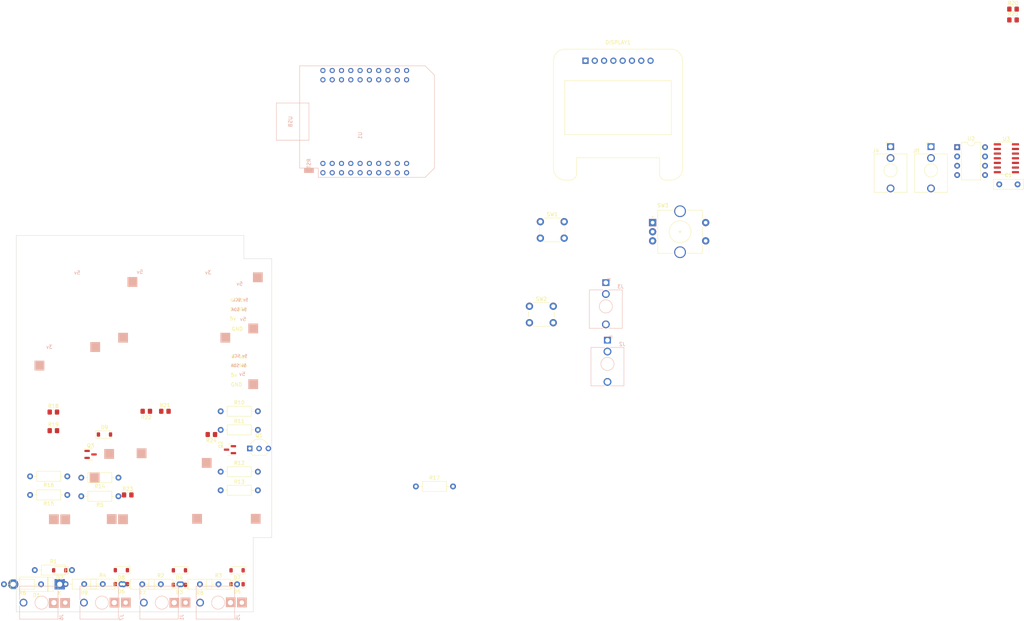
<source format=kicad_pcb>
(kicad_pcb (version 20221018) (generator pcbnew)
  (layers (0 "F.Cu" signal) (31 "B.Cu" signal) (34 "B.Paste" user) (35 "F.Paste" user) (36 "B.SilkS" user "B.Silkscreen") (37 "F.SilkS" user "F.Silkscreen") (38 "B.Mask" user) (39 "F.Mask" user) (44 "Edge.Cuts" user))
  (net 0 "")
  (net 22 "Net-(U3D-+)")
  (net 23 "Net-(D1-K)")
  (net 24 "GND")
  (net 25 "+5V")
  (net 26 "Net-(J2-PadT)")
  (net 27 "Net-(D1-A)")
  (net 28 "Net-(D2-K)")
  (net 29 "Net-(D4-K)")
  (net 31 "/SDA")
  (net 32 "/SCL")
  (net 33 "+3.3V")
  (net 34 "/CS")
  (net 35 "/MOSI")
  (net 36 "/A34")
  (net 37 "/MISO")
  (net 38 "/CLK")
  (net 39 "/A35")
  (net 40 "/RST")
  (net 41 "/midi_in")
  (net 43 "/DAC_B")
  (net 44 "Net-(D3-K)")
  (net 45 "Net-(D6-K)")
  (net 46 "Net-(J1-PadT)")
  (net 47 "Net-(J3-PadR)")
  (net 48 "/midi_out")
  (net 49 "/5v_SCL")
  (net 50 "/5v_SDA")
  (net 51 "Net-(J4-PadR)")
  (net 52 "/A32")
  (net 53 "/A33")
  (net 54 "Net-(J4-PadT)")
  (net 55 "Net-(Q1-C)")
  (net 56 "/GPIO27")
  (net 57 "Net-(Q1-B)")
  (net 58 "Net-(R1-Pad2)")
  (net 59 "Net-(R2-Pad2)")
  (net 60 "Net-(U2-VO1)")
  (net 61 "Net-(U3C--)")
  (net 62 "/V_REF")
  (net 63 "Net-(U3A--)")
  (net 64 "Net-(R20-Pad2)")
  (net 65 "Net-(R21-Pad2)")
  (net 67 "Net-(U3B--)")
  (net 75 "/DAC1")
  (net 76 "/DAC0")
  (footprint "Resistor_THT:R_Axial_DIN0207_L6.3mm_D2.5mm_P10.16mm_Horizontal" (layer "F.Cu") (at 127 134.403)
    (fp_text reference "R11" (at 5.08 -2.37) (layer "F.SilkS"))
    (fp_text value "10k")
    (pad "1" thru_hole circle (at 0 0) (size 1.6 1.6) (drill 0.8) (layers "*.Cu" "*.Mask") (net 50 "/5v_SDA"))
    (pad "2" thru_hole oval (at 10.16 0) (size 1.6 1.6) (drill 0.8) (layers "*.Cu" "*.Mask") (net 25 "+5V"))
  )
  (footprint "Resistor_THT:R_Axial_DIN0207_L6.3mm_D2.5mm_P10.16mm_Horizontal" (layer "F.Cu") (at 110.64705 176.595 180)
    (fp_text reference "R7" (at 5.08 -2.37 180) (layer "F.SilkS"))
    (fp_text value "10k")
    (pad "1" thru_hole circle (at 0 0 180) (size 1.6 1.6) (drill 0.8) (layers "*.Cu" "*.Mask") (net 31 "/SDA"))
    (pad "2" thru_hole oval (at 10.16 0 180) (size 1.6 1.6) (drill 0.8) (layers "*.Cu" "*.Mask") (net 33 "+3.3V"))
  )
  (footprint "Resistor_SMD:R_0805_2012Metric_Pad1.20x1.40mm_HandSolder" (layer "F.Cu") (at 101.6 152.183)
    (fp_text reference "R23" (at 0 -1.65) (layer "F.SilkS"))
    (fp_text value "100R")
    (pad "1" smd roundrect (at -1 0) (size 1.2 1.4) (layers "F.Cu" "F.Paste" "F.Mask") (roundrect_rratio 0.208333) (net 65 "Net-(R21-Pad2)"))
    (pad "2" smd roundrect (at 1 0) (size 1.2 1.4) (layers "F.Cu" "F.Paste" "F.Mask") (roundrect_rratio 0.208333) (net 44 "Net-(D3-K)"))
  )
  (footprint "Resistor_THT:R_Axial_DIN0207_L6.3mm_D2.5mm_P10.16mm_Horizontal" (layer "F.Cu") (at 126.40705 176.595 180)
    (fp_text reference "R8" (at 5.08 -2.37 180) (layer "F.SilkS"))
    (fp_text value "10k")
    (pad "1" thru_hole circle (at 0 0 180) (size 1.6 1.6) (drill 0.8) (layers "*.Cu" "*.Mask") (net 32 "/SCL"))
    (pad "2" thru_hole oval (at 10.16 0 180) (size 1.6 1.6) (drill 0.8) (layers "*.Cu" "*.Mask") (net 33 "+3.3V"))
  )
  (footprint "Resistor_SMD:R_0805_2012Metric_Pad1.20x1.40mm_HandSolder" (layer "F.Cu") (at 106.68 129.323 180)
    (fp_text reference "R22" (at 0 -1.65 180) (layer "F.SilkS"))
    (fp_text value "100R")
    (pad "1" smd roundrect (at -1 0 180) (size 1.2 1.4) (layers "F.Cu" "F.Paste" "F.Mask") (roundrect_rratio 0.208333) (net 64 "Net-(R20-Pad2)"))
    (pad "2" smd roundrect (at 1 0 180) (size 1.2 1.4) (layers "F.Cu" "F.Paste" "F.Mask") (roundrect_rratio 0.208333) (net 28 "Net-(D2-K)"))
  )
  (footprint "Resistor_THT:R_Axial_DIN0207_L6.3mm_D2.5mm_P10.16mm_Horizontal" (layer "F.Cu") (at 76.2 172.72)
    (fp_text reference "R1" (at 5.08 -2.37) (layer "F.SilkS"))
    (fp_text value "100k")
    (pad "1" thru_hole circle (at 0 0) (size 1.6 1.6) (drill 0.8) (layers "*.Cu" "*.Mask") (net 46 "Net-(J1-PadT)"))
    (pad "2" thru_hole oval (at 10.16 0) (size 1.6 1.6) (drill 0.8) (layers "*.Cu" "*.Mask") (net 58 "Net-(R1-Pad2)"))
  )
  (footprint "Diode_THT:D_5W_P12.70mm_Horizontal" (layer "F.Cu") (at 83.01 176.595 180)
    (fp_text reference "D1" (at 6.35 -2.97 180) (layer "F.SilkS"))
    (fp_text value "1n914")
    (fp_text user "K" (at 0 -2.4 180) (layer "F.SilkS"))
    (pad "1" thru_hole rect (at 0 0 180) (size 2.8 2.8) (drill 1.4) (layers "*.Cu" "*.Mask") (net 23 "Net-(D1-K)"))
    (pad "2" thru_hole oval (at 12.7 0 180) (size 2.8 2.8) (drill 1.4) (layers "*.Cu" "*.Mask") (net 27 "Net-(D1-A)"))
  )
  (footprint "Resistor_SMD:R_0805_2012Metric_Pad1.20x1.40mm_HandSolder" (layer "F.Cu") (at 343.525 19.43)
    (fp_text reference "R20" (at 0 -1.65) (layer "F.SilkS"))
    (fp_text value "100R")
    (pad "1" smd roundrect (at -1 0) (size 1.2 1.4) (layers "F.Cu" "F.Paste" "F.Mask") (roundrect_rratio 0.208333) (net 61 "Net-(U3C--)"))
    (pad "2" smd roundrect (at 1 0) (size 1.2 1.4) (layers "F.Cu" "F.Paste" "F.Mask") (roundrect_rratio 0.208333) (net 64 "Net-(R20-Pad2)"))
  )
  (footprint "Resistor_THT:R_Axial_DIN0207_L6.3mm_D2.5mm_P10.16mm_Horizontal" (layer "F.Cu") (at 180.34 149.86)
    (fp_text reference "R17" (at 5.08 -2.37) (layer "F.SilkS"))
    (fp_text value "10k")
    (pad "1" thru_hole circle (at 0 0) (size 1.6 1.6) (drill 0.8) (layers "*.Cu" "*.Mask") (net 22 "Net-(U3D-+)"))
    (pad "2" thru_hole oval (at 10.16 0) (size 1.6 1.6) (drill 0.8) (layers "*.Cu" "*.Mask") (net 24 "GND"))
  )
  (footprint "Diode_SMD:D_SOD-123" (layer "F.Cu") (at 115.72705 176.765 180)
    (fp_text reference "D3" (at 0 -2) (layer "F.SilkS"))
    (fp_text value "D_Schottky" hide)
    (pad "1" smd roundrect (at -1.65 0 180) (size 0.9 1.2) (layers "F.Cu" "F.Paste" "F.Mask") (net 44 "Net-(D3-K)"))
    (pad "2" smd roundrect (at 1.65 0 180) (size 0.9 1.2) (layers "F.Cu" "F.Paste" "F.Mask") (net 24 "GND"))
  )
  (footprint "Resistor_SMD:R_0805_2012Metric_Pad1.20x1.40mm_HandSolder" (layer "F.Cu") (at 111.76 129.323)
    (fp_text reference "R21" (at 0 -1.65) (layer "F.SilkS"))
    (fp_text value "100R")
    (pad "1" smd roundrect (at -1 0) (size 1.2 1.4) (layers "F.Cu" "F.Paste" "F.Mask") (roundrect_rratio 0.208333) (net 63 "Net-(U3A--)"))
    (pad "2" smd roundrect (at 1 0) (size 1.2 1.4) (layers "F.Cu" "F.Paste" "F.Mask") (roundrect_rratio 0.208333) (net 65 "Net-(R21-Pad2)"))
  )
  (footprint "Rotary_Encoder:RotaryEncoder_Alps_EC11E-Switch_Vertical_H20mm_CircularMountingHoles" (layer "F.Cu") (at 245.035 77.76)
    (fp_text reference "SW3" (at 2.8 -4.7) (layer "F.SilkS"))
    (fp_text value "RotaryEncoder_Switch")
    (pad "A" thru_hole rect (at 0 0) (size 2 2) (drill 1) (layers "*.Cu" "*.Mask"))
    (pad "B" thru_hole circle (at 0 5) (size 2 2) (drill 1) (layers "*.Cu" "*.Mask"))
    (pad "C" thru_hole circle (at 0 2.5) (size 2 2) (drill 1) (layers "*.Cu" "*.Mask"))
    (pad "MP" thru_hole circle (at 7.5 -3.1) (size 3.2 3.2) (drill 2.6) (layers "*.Cu" "*.Mask"))
    (pad "MP" thru_hole circle (at 7.5 8.1) (size 3.2 3.2) (drill 2.6) (layers "*.Cu" "*.Mask"))
    (pad "S1" thru_hole circle (at 14.5 5) (size 2 2) (drill 1) (layers "*.Cu" "*.Mask"))
    (pad "S2" thru_hole circle (at 14.5 0) (size 2 2) (drill 1) (layers "*.Cu" "*.Mask"))
  )
  (footprint "Resistor_SMD:R_0805_2012Metric_Pad1.20x1.40mm_HandSolder" (layer "F.Cu") (at 343.525 22.38)
    (fp_text reference "R25" (at 0 -1.65) (layer "F.SilkS"))
    (fp_text value "100R")
    (pad "1" smd roundrect (at -1 0) (size 1.2 1.4) (layers "F.Cu" "F.Paste" "F.Mask") (roundrect_rratio 0.208333) (net 67 "Net-(U3B--)"))
    (pad "2" smd roundrect (at 1 0) (size 1.2 1.4) (layers "F.Cu" "F.Paste" "F.Mask") (roundrect_rratio 0.208333) (net 45 "Net-(D6-K)"))
  )
  (footprint "Diode_SMD:D_SOD-123" (layer "F.Cu") (at 131.48705 176.595 180)
    (fp_text reference "D5" (at 0 -2) (layer "F.SilkS"))
    (fp_text value "D_Schottky" hide)
    (pad "1" smd roundrect (at -1.65 0 180) (size 0.9 1.2) (layers "F.Cu" "F.Paste" "F.Mask") (net 25 "+5V"))
    (pad "2" smd roundrect (at 1.65 0 180) (size 0.9 1.2) (layers "F.Cu" "F.Paste" "F.Mask") (net 28 "Net-(D2-K)"))
  )
  (footprint "Button_Switch_THT:SW_PUSH_6mm_H4.3mm" (layer "F.Cu") (at 211.38 100.62)
    (fp_text reference "SW2" (at 3.25 -2) (layer "F.SilkS"))
    (fp_text value "SW_Push")
    (pad "1" thru_hole circle (at 0 0 90) (size 2 2) (drill 1.1) (layers "*.Cu" "*.Mask"))
    (pad "1" thru_hole circle (at 6.5 0 90) (size 2 2) (drill 1.1) (layers "*.Cu" "*.Mask"))
    (pad "2" thru_hole circle (at 0 4.5 90) (size 2 2) (drill 1.1) (layers "*.Cu" "*.Mask"))
    (pad "2" thru_hole circle (at 6.5 4.5 90) (size 2 2) (drill 1.1) (layers "*.Cu" "*.Mask"))
  )
  (footprint "Diode_SMD:D_SOD-123" (layer "F.Cu") (at 131.48705 172.785 180)
    (fp_text reference "D7" (at 0 -2) (layer "F.SilkS"))
    (fp_text value "D_Schottky" hide)
    (pad "1" smd roundrect (at -1.65 0 180) (size 0.9 1.2) (layers "F.Cu" "F.Paste" "F.Mask") (net 25 "+5V"))
    (pad "2" smd roundrect (at 1.65 0 180) (size 0.9 1.2) (layers "F.Cu" "F.Paste" "F.Mask") (net 44 "Net-(D3-K)"))
  )
  (footprint "Resistor_THT:R_Axial_DIN0207_L6.3mm_D2.5mm_P10.16mm_Horizontal" (layer "F.Cu") (at 77.93 176.595 180)
    (fp_text reference "R6" (at 5.08 -2.37 180) (layer "F.SilkS"))
    (fp_text value "100k")
    (pad "1" thru_hole circle (at 0 0 180) (size 1.6 1.6) (drill 0.8) (layers "*.Cu" "*.Mask") (net 48 "/midi_out"))
    (pad "2" thru_hole oval (at 10.16 0 180) (size 1.6 1.6) (drill 0.8) (layers "*.Cu" "*.Mask") (net 57 "Net-(Q1-B)"))
  )
  (footprint "Resistor_SMD:R_0805_2012Metric_Pad1.20x1.40mm_HandSolder" (layer "F.Cu") (at 81.28 129.54)
    (fp_text reference "R18" (at 0 -1.65) (layer "F.SilkS"))
    (fp_text value "100R")
    (pad "1" smd roundrect (at -1 0) (size 1.2 1.4) (layers "F.Cu" "F.Paste" "F.Mask") (roundrect_rratio 0.208333) (net 61 "Net-(U3C--)"))
    (pad "2" smd roundrect (at 1 0) (size 1.2 1.4) (layers "F.Cu" "F.Paste" "F.Mask") (roundrect_rratio 0.208333) (net 62 "/V_REF"))
  )
  (footprint "Connector_Audio:Jack_3.5mm_QingPu_WQP-PJ398SM_Vertical_CircularHoles" (layer "F.Cu") (at 321.115 57.02)
    (fp_text reference "J8" (at -4.03 1.08 180) (layer "F.SilkS"))
    (fp_text value "AudioJack2_SwitchT")
    (pad "S" thru_hole rect (at 0 0 180) (size 1.93 1.83) (drill 1.22) (layers "*.Cu" "*.Mask") (net 24 "GND"))
    (pad "T" thru_hole circle (at 0 11.4 180) (size 2.13 2.13) (drill 1.43) (layers "*.Cu" "*.Mask") (net 45 "Net-(D6-K)"))
    (pad "TN" thru_hole circle (at 0 3.1 180) (size 2.13 2.13) (drill 1.42) (layers "*.Cu" "*.Mask") (net 24 "GND"))
  )
  (footprint "Resistor_THT:R_Axial_DIN0207_L6.3mm_D2.5mm_P10.16mm_Horizontal" (layer "F.Cu") (at 127 150.913)
    (fp_text reference "R13" (at 5.08 -2.323) (layer "F.SilkS"))
    (fp_text value "220R")
    (pad "1" thru_hole circle (at 0 0) (size 1.6 1.6) (drill 0.8) (layers "*.Cu" "*.Mask") (net 25 "+5V"))
    (pad "2" thru_hole oval (at 10.16 0) (size 1.6 1.6) (drill 0.8) (layers "*.Cu" "*.Mask") (net 51 "Net-(J4-PadR)"))
  )
  (footprint "Resistor_THT:R_Axial_DIN0207_L6.3mm_D2.5mm_P10.16mm_Horizontal" (layer "F.Cu") (at 99.06 147.463 180)
    (fp_text reference "R14" (at 5.08 -2.37) (layer "F.SilkS"))
    (fp_text value "4.7k")
    (pad "1" thru_hole circle (at 0 0 180) (size 1.6 1.6) (drill 0.8) (layers "*.Cu" "*.Mask") (net 24 "GND"))
    (pad "2" thru_hole oval (at 10.16 0 180) (size 1.6 1.6) (drill 0.8) (layers "*.Cu" "*.Mask") (net 60 "Net-(U2-VO1)"))
  )
  (footprint "Package_TO_SOT_SMD:SOT-23" (layer "F.Cu") (at 91.44 141.113)
    (fp_text reference "Q3" (at 0 -2.4) (layer "F.SilkS"))
    (fp_text value "BSS138")
    (pad "1" smd roundrect (at -0.9375 -0.95) (size 1.475 0.6) (layers "F.Cu" "F.Paste" "F.Mask") (net 33 "+3.3V"))
    (pad "2" smd roundrect (at -0.9375 0.95) (size 1.475 0.6) (layers "F.Cu" "F.Paste" "F.Mask") (net 32 "/SCL"))
    (pad "3" smd roundrect (at 0.9375 0) (size 1.475 0.6) (layers "F.Cu" "F.Paste" "F.Mask") (net 49 "/5v_SCL"))
  )
  (footprint "Capacitor_THT:C_Disc_D8.0mm_W2.5mm_P5.00mm" (layer "F.Cu") (at 339.765 67.31)
    (fp_text reference "C1" (at 2.5 -2.5) (layer "F.SilkS"))
    (fp_text value "C_Small")
    (pad "1" thru_hole circle (at 0 0) (size 1.6 1.6) (drill 0.8) (layers "*.Cu" "*.Mask") (net 22 "Net-(U3D-+)"))
    (pad "2" thru_hole circle (at 5 0) (size 1.6 1.6) (drill 0.8) (layers "*.Cu" "*.Mask") (net 24 "GND"))
  )
  (footprint "Resistor_THT:R_Axial_DIN0207_L6.3mm_D2.5mm_P10.16mm_Horizontal" (layer "F.Cu") (at 105.56705 176.595)
    (fp_text reference "R2" (at 5.08 -2.37) (layer "F.SilkS"))
    (fp_text value "100k")
    (pad "1" thru_hole circle (at 0 0) (size 1.6 1.6) (drill 0.8) (layers "*.Cu" "*.Mask") (net 26 "Net-(J2-PadT)"))
    (pad "2" thru_hole oval (at 10.16 0) (size 1.6 1.6) (drill 0.8) (layers "*.Cu" "*.Mask") (net 59 "Net-(R2-Pad2)"))
  )
  (footprint "Diode_SMD:D_SOD-123" (layer "F.Cu") (at 95.25 135.673)
    (fp_text reference "D9" (at 0 -2) (layer "F.SilkS"))
    (fp_text value "D_Schottky")
    (pad "1" smd roundrect (at -1.65 0) (size 0.9 1.2) (layers "F.Cu" "F.Paste" "F.Mask") (net 25 "+5V"))
    (pad "2" smd roundrect (at 1.65 0) (size 0.9 1.2) (layers "F.Cu" "F.Paste" "F.Mask") (net 45 "Net-(D6-K)"))
  )
  (footprint "Package_TO_SOT_THT:TO-92_Inline_Wide" (layer "F.Cu") (at 134.9525 139.483)
    (fp_text reference "Q1" (at 2.54 -3.56) (layer "F.SilkS"))
    (fp_text value "2n2222")
    (pad "1" thru_hole rect (at 0 0) (size 1.5 1.5) (drill 0.8) (layers "*.Cu" "*.Mask") (net 55 "Net-(Q1-C)"))
    (pad "2" thru_hole circle (at 2.54 0) (size 1.5 1.5) (drill 0.8) (layers "*.Cu" "*.Mask") (net 57 "Net-(Q1-B)"))
    (pad "3" thru_hole circle (at 5.08 0) (size 1.5 1.5) (drill 0.8) (layers "*.Cu" "*.Mask") (net 24 "GND"))
  )
  (footprint "Resistor_SMD:R_0805_2012Metric_Pad1.20x1.40mm_HandSolder" (layer "F.Cu") (at 124.46 135.673 180)
    (fp_text reference "R24" (at 0 -1.65 180) (layer "F.SilkS"))
    (fp_text value "100R")
    (pad "1" smd roundrect (at -1 0 180) (size 1.2 1.4) (layers "F.Cu" "F.Paste" "F.Mask") (roundrect_rratio 0.208333))
    (pad "2" smd roundrect (at 1 0 180) (size 1.2 1.4) (layers "F.Cu" "F.Paste" "F.Mask") (roundrect_rratio 0.208333) (net 29 "Net-(D4-K)"))
  )
  (footprint "Diode_SMD:D_SOD-123" (layer "F.Cu") (at 83.01 172.785 180)
    (fp_text reference "D2" (at 0 -2 180) (layer "F.SilkS"))
    (fp_text value "D_Schottky" hide)
    (pad "1" smd roundrect (at -1.65 0 180) (size 0.9 1.2) (layers "F.Cu" "F.Paste" "F.Mask") (net 28 "Net-(D2-K)"))
    (pad "2" smd roundrect (at 1.65 0 180) (size 0.9 1.2) (layers "F.Cu" "F.Paste" "F.Mask") (net 24 "GND"))
  )
  (footprint "Resistor_THT:R_Axial_DIN0207_L6.3mm_D2.5mm_P10.16mm_Horizontal" (layer "F.Cu") (at 89.701747 176.556343)
    (fp_text reference "R4" (at 5.08 -2.37) (layer "F.SilkS"))
    (fp_text value "1M")
    (pad "1" thru_hole circle (at 0 0) (size 1.6 1.6) (drill 0.8) (layers "*.Cu" "*.Mask") (net 24 "GND"))
    (pad "2" thru_hole oval (at 10.16 0) (size 1.6 1.6) (drill 0.8) (layers "*.Cu" "*.Mask") (net 59 "Net-(R2-Pad2)"))
  )
  (footprint "Resistor_THT:R_Axial_DIN0207_L6.3mm_D2.5mm_P10.16mm_Horizontal" (layer "F.Cu") (at 127 129.323)
    (fp_text reference "R10" (at 5.08 -2.37) (layer "F.SilkS"))
    (fp_text value "220R")
    (pad "1" thru_hole circle (at 0 0) (size 1.6 1.6) (drill 0.8) (layers "*.Cu" "*.Mask") (net 55 "Net-(Q1-C)"))
    (pad "2" thru_hole oval (at 10.16 0) (size 1.6 1.6) (drill 0.8) (layers "*.Cu" "*.Mask") (net 54 "Net-(J4-PadT)"))
  )
  (footprint "Package_TO_SOT_SMD:SOT-23" (layer "F.Cu") (at 129.54 139.8155 180)
    (fp_text reference "Q2" (at 2.54 1.3855 90) (layer "F.SilkS"))
    (fp_text value "BSS138")
    (pad "1" smd roundrect (at -0.9375 -0.95 180) (size 1.475 0.6) (layers "F.Cu" "F.Paste" "F.Mask") (net 33 "+3.3V"))
    (pad "2" smd roundrect (at -0.9375 0.95 180) (size 1.475 0.6) (layers "F.Cu" "F.Paste" "F.Mask") (net 31 "/SDA"))
    (pad "3" smd roundrect (at 0.9375 0 180) (size 1.475 0.6) (layers "F.Cu" "F.Paste" "F.Mask") (net 50 "/5v_SDA"))
  )
  (footprint "Resistor_THT:R_Axial_DIN0207_L6.3mm_D2.5mm_P10.16mm_Horizontal" (layer "F.Cu") (at 94.781747 176.556343 180)
    (fp_text reference "R9" (at 5.08 -2.37 180) (layer "F.SilkS"))
    (fp_text value "220R")
    (pad "1" thru_hole circle (at 0 0 180) (size 1.6 1.6) (drill 0.8) (layers "*.Cu" "*.Mask") (net 23 "Net-(D1-K)"))
    (pad "2" thru_hole oval (at 10.16 0 180) (size 1.6 1.6) (drill 0.8) (layers "*.Cu" "*.Mask") (net 47 "Net-(J3-PadR)"))
  )
  (footprint "Resistor_THT:R_Axial_DIN0207_L6.3mm_D2.5mm_P10.16mm_Horizontal" (layer "F.Cu") (at 127 145.833)
    (fp_text reference "R12" (at 5.08 -2.37) (layer "F.SilkS"))
    (fp_text value "10k")
    (pad "1" thru_hole circle (at 0 0) (size 1.6 1.6) (drill 0.8) (layers "*.Cu" "*.Mask") (net 49 "/5v_SCL"))
    (pad "2" thru_hole oval (at 10.16 0) (size 1.6 1.6) (drill 0.8) (layers "*.Cu" "*.Mask") (net 25 "+5V"))
  )
  (footprint "Package_DIP:DIP-8_W7.62mm" (layer "F.Cu") (at 328.265 57.15)
    (fp_text reference "U2" (at 3.81 -2.33) (layer "F.SilkS"))
    (fp_text value "6N138")
    (pad "1" thru_hole rect (at 0 0) (size 1.6 1.6) (drill 0.8) (layers "*.Cu" "*.Mask"))
    (pad "2" thru_hole oval (at 0 2.54) (size 1.6 1.6) (drill 0.8) (layers "*.Cu" "*.Mask") (net 23 "Net-(D1-K)"))
    (pad "3" thru_hole oval (at 0 5.08) (size 1.6 1.6) (drill 0.8) (layers "*.Cu" "*.Mask") (net 27 "Net-(D1-A)"))
    (pad "4" thru_hole oval (at 0 7.62) (size 1.6 1.6) (drill 0.8) (layers "*.Cu" "*.Mask"))
    (pad "5" thru_hole oval (at 7.62 7.62) (size 1.6 1.6) (drill 0.8) (layers "*.Cu" "*.Mask") (net 24 "GND"))
    (pad "6" thru_hole oval (at 7.62 5.08) (size 1.6 1.6) (drill 0.8) (layers "*.Cu" "*.Mask") (net 41 "/midi_in"))
    (pad "7" thru_hole oval (at 7.62 2.54) (size 1.6 1.6) (drill 0.8) (layers "*.Cu" "*.Mask") (net 60 "Net-(U2-VO1)"))
    (pad "8" thru_hole oval (at 7.62 0) (size 1.6 1.6) (drill 0.8) (layers "*.Cu" "*.Mask") (net 33 "+3.3V"))
  )
  (footprint "Diode_SMD:D_SOD-123" (layer "F.Cu") (at 99.861747 172.746343 180)
    (fp_text reference "D8" (at 0 -2) (layer "F.SilkS"))
    (fp_text value "D_Schottky" hide)
    (pad "1" smd roundrect (at -1.65 0 180) (size 0.9 1.2) (layers "F.Cu" "F.Paste" "F.Mask") (net 25 "+5V"))
    (pad "2" smd roundrect (at 1.65 0 180) (size 0.9 1.2) (layers "F.Cu" "F.Paste" "F.Mask") (net 29 "Net-(D4-K)"))
  )
  (footprint "Diode_SMD:D_SOD-123" (layer "F.Cu") (at 99.861747 176.556343 180)
    (fp_text reference "D6" (at 0 -2) (layer "F.SilkS"))
    (fp_text value "D_Schottky" hide)
    (pad "1" smd roundrect (at -1.65 0 180) (size 0.9 1.2) (layers "F.Cu" "F.Paste" "F.Mask") (net 45 "Net-(D6-K)"))
    (pad "2" smd roundrect (at 1.65 0 180) (size 0.9 1.2) (layers "F.Cu" "F.Paste" "F.Mask") (net 24 "GND"))
  )
  (footprint "Resistor_THT:R_Axial_DIN0207_L6.3mm_D2.5mm_P10.16mm_Horizontal" (layer "F.Cu") (at 85.09 152.183 180)
    (fp_text reference "R15" (at 5.08 -2.37) (layer "F.SilkS"))
    (fp_text value "220R")
    (pad "1" thru_hole circle (at 0 0 180) (size 1.6 1.6) (drill 0.8) (layers "*.Cu" "*.Mask") (net 41 "/midi_in"))
    (pad "2" thru_hole oval (at 10.16 0 180) (size 1.6 1.6) (drill 0.8) (layers "*.Cu" "*.Mask") (net 33 "+3.3V"))
  )
  (footprint "Resistor_THT:R_Axial_DIN0207_L6.3mm_D2.5mm_P10.16mm_Horizontal" (layer "F.Cu") (at 99.06 152.543 180)
    (fp_text reference "R5" (at 5.08 -2.37) (layer "F.SilkS"))
    (fp_text value "100k")
    (pad "1" thru_hole circle (at 0 0 180) (size 1.6 1.6) (drill 0.8) (layers "*.Cu" "*.Mask") (net 56 "/GPIO27"))
    (pad "2" thru_hole oval (at 10.16 0 180) (size 1.6 1.6) (drill 0.8) (layers "*.Cu" "*.Mask") (net 33 "+3.3V"))
  )
  (footprint "Connector_Audio:Jack_3.5mm_QingPu_WQP-PJ398SM_Vertical_CircularHoles_1" (layer "F.Cu") (at 310.065 57.02)
    (fp_text reference "J4" (at -4.03 1.08 180) (layer "F.SilkS"))
    (fp_text value "MIDI_out")
    (pad "R" thru_hole circle (at 0 11.4 180) (size 2.13 2.13) (drill 1.43) (layers "*.Cu" "*.Mask") (net 51 "Net-(J4-PadR)"))
    (pad "S" thru_hole rect (at 0 0 180) (size 1.93 1.83) (drill 1.22) (layers "*.Cu" "*.Mask") (net 24 "GND"))
    (pad "T" thru_hole circle (at 0 3.1 180) (size 2.13 2.13) (drill 1.42) (layers "*.Cu" "*.Mask") (net 54 "Net-(J4-PadT)"))
  )
  (footprint "Resistor_THT:R_Axial_DIN0207_L6.3mm_D2.5mm_P10.16mm_Horizontal" (layer "F.Cu") (at 121.32705 176.595)
    (fp_text reference "R3" (at 5.08 -2.37) (layer "F.SilkS"))
    (fp_text value "1M")
    (pad "1" thru_hole circle (at 0 0) (size 1.6 1.6) (drill 0.8) (layers "*.Cu" "*.Mask") (net 24 "GND"))
    (pad "2" thru_hole oval (at 10.16 0) (size 1.6 1.6) (drill 0.8) (layers "*.Cu" "*.Mask") (net 58 "Net-(R1-Pad2)"))
  )
  (footprint "Resistor_THT:R_Axial_DIN0207_L6.3mm_D2.5mm_P10.16mm_Horizontal" (layer "F.Cu") (at 85.09 147.103 180)
    (fp_text reference "R16" (at 5.08 -2.37) (layer "F.SilkS"))
    (fp_text value "10k")
    (pad "1" thru_hole circle (at 0 0 180) (size 1.6 1.6) (drill 0.8) (layers "*.Cu" "*.Mask") (net 25 "+5V"))
    (pad "2" thru_hole oval (at 10.16 0 180) (size 1.6 1.6) (drill 0.8) (layers "*.Cu" "*.Mask") (net 22 "Net-(U3D-+)"))
  )
  (footprint "Resistor_SMD:R_0805_2012Metric_Pad1.20x1.40mm_HandSolder" (layer "F.Cu") (at 81.28 134.62)
    (fp_text reference "R19" (at 0 -1.65) (layer "F.SilkS"))
    (fp_text value "100R")
    (pad "1" smd roundrect (at -1 0) (size 1.2 1.4) (layers "F.Cu" "F.Paste" "F.Mask") (roundrect_rratio 0.208333) (net 63 "Net-(U3A--)"))
    (pad "2" smd roundrect (at 1 0) (size 1.2 1.4) (layers "F.Cu" "F.Paste" "F.Mask") (roundrect_rratio 0.208333) (net 62 "/V_REF"))
  )
  (footprint "Package_SO:SOIC-14_3.9x8.7mm_P1.27mm" (layer "F.Cu") (at 341.715 60.18)
    (fp_text reference "U3" (at 0 -5.28) (layer "F.SilkS"))
    (fp_text value "TL074")
    (pad "1" smd roundrect (at -2.475 -3.81) (size 1.95 0.6) (layers "F.Cu" "F.Paste" "F.Mask") (net 65 "Net-(R21-Pad2)"))
    (pad "2" smd roundrect (at -2.475 -2.54) (size 1.95 0.6) (layers "F.Cu" "F.Paste" "F.Mask") (net 63 "Net-(U3A--)"))
    (pad "3" smd roundrect (at -2.475 -1.27) (size 1.95 0.6) (layers "F.Cu" "F.Paste" "F.Mask") (net 76 "/DAC0"))
    (pad "4" smd roundrect (at -2.475 0) (size 1.95 0.6) (layers "F.Cu" "F.Paste" "F.Mask"))
    (pad "5" smd roundrect (at -2.475 1.27) (size 1.95 0.6) (layers "F.Cu" "F.Paste" "F.Mask") (net 43 "/DAC_B"))
    (pad "6" smd roundrect (at -2.475 2.54) (size 1.95 0.6) (layers "F.Cu" "F.Paste" "F.Mask") (net 67 "Net-(U3B--)"))
    (pad "7" smd roundrect (at -2.475 3.81) (size 1.95 0.6) (layers "F.Cu" "F.Paste" "F.Mask") (net 67 "Net-(U3B--)"))
    (pad "8" smd roundrect (at 2.475 3.81) (size 1.95 0.6) (layers "F.Cu" "F.Paste" "F.Mask") (net 64 "Net-(R20-Pad2)"))
    (pad "9" smd roundrect (at 2.475 2.54) (size 1.95 0.6) (layers "F.Cu" "F.Paste" "F.Mask") (net 61 "Net-(U3C--)"))
    (pad "10" smd roundrect (at 2.475 1.27) (size 1.95 0.6) (layers "F.Cu" "F.Paste" "F.Mask") (net 75 "/DAC1"))
    (pad "11" smd roundrect (at 2.475 0) (size 1.95 0.6) (layers "F.Cu" "F.Paste" "F.Mask"))
    (pad "12" smd roundrect (at 2.475 -1.27) (size 1.95 0.6) (layers "F.Cu" "F.Paste" "F.Mask") (net 22 "Net-(U3D-+)"))
    (pad "13" smd roundrect (at 2.475 -2.54) (size 1.95 0.6) (layers "F.Cu" "F.Paste" "F.Mask") (net 62 "/V_REF"))
    (pad "14" smd roundrect (at 2.475 -3.81) (size 1.95 0.6) (layers "F.Cu" "F.Paste" "F.Mask") (net 62 "/V_REF"))
  )
  (footprint "Display:Adafruit_SSD1306" (layer "F.Cu") (at 226.695 33.525)
    (fp_text reference "DISPLAY1" (at 8.89 -5) (layer "F.SilkS"))
    (fp_text value "Conn_01x08_Socket")
    (pad "" np_thru_hole circle (at -5.588 0) (size 2.7 2.7) (drill 2.7) (layers "*.Cu" "*.Mask"))
    (pad "" np_thru_hole circle (at -5.588 29.464) (size 2.7 2.7) (drill 2.7) (layers "*.Cu" "*.Mask"))
    (pad "" np_thru_hole circle (at 23.368 0) (size 2.7 2.7) (drill 2.7) (layers "*.Cu" "*.Mask"))
    (pad "" np_thru_hole circle (at 23.368 29.464) (size 2.7 2.7) (drill 2.7) (layers "*.Cu" "*.Mask"))
    (pad "1" thru_hole rect (at 0 0) (size 1.7 1.7) (drill 1) (layers "*.Cu" "*.Mask") (net 31 "/SDA"))
    (pad "2" thru_hole circle (at 2.54 0) (size 1.7 1.7) (drill 1) (layers "*.Cu" "*.Mask") (net 32 "/SCL"))
    (pad "3" thru_hole circle (at 5.08 0) (size 1.7 1.7) (drill 1) (layers "*.Cu" "*.Mask"))
    (pad "4" thru_hole circle (at 7.62 0) (size 1.7 1.7) (drill 1) (layers "*.Cu" "*.Mask") (net 40 "/RST"))
    (pad "5" thru_hole circle (at 10.16 0) (size 1.7 1.7) (drill 1) (layers "*.Cu" "*.Mask"))
    (pad "6" thru_hole circle (at 12.7 0) (size 1.7 1.7) (drill 1) (layers "*.Cu" "*.Mask"))
    (pad "7" thru_hole circle (at 15.24 0) (size 1.7 1.7) (drill 1) (layers "*.Cu" "*.Mask") (net 24 "GND"))
    (pad "8" thru_hole circle (at 17.78 0) (size 1.7 1.7) (drill 1) (layers "*.Cu" "*.Mask") (net 33 "+3.3V"))
  )
  (footprint "Diode_SMD:D_SOD-123" (layer "F.Cu") (at 115.72705 172.785 180)
    (fp_text reference "D4" (at 0 -2) (layer "F.SilkS"))
    (fp_text value "D_Schottky" hide)
    (pad "1" smd roundrect (at -1.65 0 180) (size 0.9 1.2) (layers "F.Cu" "F.Paste" "F.Mask") (net 29 "Net-(D4-K)"))
    (pad "2" smd roundrect (at 1.65 0 180) (size 0.9 1.2) (layers "F.Cu" "F.Paste" "F.Mask") (net 24 "GND"))
  )
  (footprint "Button_Switch_THT:SW_PUSH_6mm_H4.3mm" (layer "F.Cu") (at 214.365 77.51)
    (fp_text reference "SW1" (at 3.25 -2) (layer "F.SilkS"))
    (fp_text value "SW_Push")
    (pad "1" thru_hole circle (at 0 0 90) (size 2 2) (drill 1.1) (layers "*.Cu" "*.Mask"))
    (pad "1" thru_hole circle (at 6.5 0 90) (size 2 2) (drill 1.1) (layers "*.Cu" "*.Mask"))
    (pad "2" thru_hole circle (at 0 4.5 90) (size 2 2) (drill 1.1) (layers "*.Cu" "*.Mask"))
    (pad "2" thru_hole circle (at 6.5 4.5 90) (size 2 2) (drill 1.1) (layers "*.Cu" "*.Mask"))
  )
  (footprint "Connector_Audio:Jack_3.5mm_QingPu_WQP-PJ398SM_Vertical_CircularHoles_1" (layer "B.Cu") (at 232.257305 94.180271 180)
    (fp_text reference "J3" (at -4.03 -1.08) (layer "B.SilkS") (effects (justify mirror)))
    (fp_text value "MIDI_in")
    (pad "R" thru_hole circle (at 0 -11.4) (size 2.13 2.13) (drill 1.43) (layers "*.Cu" "*.Mask") (net 47 "Net-(J3-PadR)"))
    (pad "S" thru_hole rect (at 0 0) (size 1.93 1.83) (drill 1.22) (layers "*.Cu" "*.Mask") (net 24 "GND"))
    (pad "T" thru_hole circle (at 0 -3.1) (size 2.13 2.13) (drill 1.42) (layers "*.Cu" "*.Mask") (net 27 "Net-(D1-A)"))
  )
  (footprint "ESP32_mini:ESP32_mini" (layer "B.Cu") (at 166.37 50.165 90)
    (fp_text reference "U1" (at -3.81 -1.27 90) (layer "B.SilkS") (effects (justify mirror)))
    (fp_text value "mini_esp32")
    (fp_text user "USB" (at 0 -20.32 90) (layer "B.SilkS") (effects (justify mirror)))
    (fp_text user "RST" (at -11.43 -15.24 90) (layer "B.SilkS") (effects (justify mirror)))
    (pad "1" thru_hole circle (at -13.97 11.43 180) (size 1.4 1.4) (drill 0.8) (layers "*.Cu" "*.Mask") (net 24 "GND"))
    (pad "2" thru_hole circle (at -11.43 11.43 180) (size 1.4 1.4) (drill 0.8) (layers "*.Cu" "*.Mask") (net 40 "/RST"))
    (pad "3" thru_hole circle (at -13.97 8.89 180) (size 1.4 1.4) (drill 0.8) (layers "*.Cu" "*.Mask"))
    (pad "4" thru_hole circle (at -11.43 8.89 180) (size 1.4 1.4) (drill 0.8) (layers "*.Cu" "*.Mask"))
    (pad "5" thru_hole circle (at -13.97 6.35 180) (size 1.4 1.4) (drill 0.8) (layers "*.Cu" "*.Mask"))
    (pad "6" thru_hole circle (at -11.43 6.35 180) (size 1.4 1.4) (drill 0.8) (layers "*.Cu" "*.Mask") (net 75 "/DAC1"))
    (pad "7" thru_hole circle (at -13.97 3.81 180) (size 1.4 1.4) (drill 0.8) (layers "*.Cu" "*.Mask") (net 39 "/A35"))
    (pad "8" thru_hole circle (at -11.43 3.81 180) (size 1.4 1.4) (drill 0.8) (layers "*.Cu" "*.Mask") (net 38 "/CLK"))
    (pad "9" thru_hole circle (at -13.97 1.27 180) (size 1.4 1.4) (drill 0.8) (layers "*.Cu" "*.Mask") (net 53 "/A33"))
    (pad "10" thru_hole circle (at -11.43 1.27 180) (size 1.4 1.4) (drill 0.8) (layers "*.Cu" "*.Mask") (net 37 "/MISO"))
    (pad "11" thru_hole circle (at -13.97 -1.27 180) (size 1.4 1.4) (drill 0.8) (layers "*.Cu" "*.Mask") (net 36 "/A34"))
    (pad "12" thru_hole circle (at -11.43 -1.27 180) (size 1.4 1.4) (drill 0.8) (layers "*.Cu" "*.Mask") (net 35 "/MOSI"))
    (pad "13" thru_hole circle (at -13.97 -3.81 180) (size 1.4 1.4) (drill 0.8) (layers "*.Cu" "*.Mask"))
    (pad "14" thru_hole circle (at -11.43 -3.81 180) (size 1.4 1.4) (drill 0.8) (layers "*.Cu" "*.Mask") (net 34 "/CS"))
    (pad "15" thru_hole circle (at -13.97 -6.35 180) (size 1.4 1.4) (drill 0.8) (layers "*.Cu" "*.Mask"))
    (pad "16" thru_hole circle (at -11.43 -6.35 180) (size 1.4 1.4) (drill 0.8) (layers "*.Cu" "*.Mask") (net 33 "+3.3V"))
    (pad "17" thru_hole circle (at -13.97 -8.89 180) (size 1.4 1.4) (drill 0.8) (layers "*.Cu" "*.Mask"))
    (pad "18" thru_hole circle (at -11.43 -8.89 180) (size 1.4 1.4) (drill 0.8) (layers "*.Cu" "*.Mask"))
    (pad "19" thru_hole circle (at -13.97 -11.43 180) (size 1.4 1.4) (drill 0.8) (layers "*.Cu" "*.Mask"))
    (pad "20" thru_hole circle (at -11.43 -11.43 180) (size 1.4 1.4) (drill 0.8) (layers "*.Cu" "*.Mask"))
    (pad "21" thru_hole circle (at 11.43 11.43 180) (size 1.4 1.4) (drill 0.8) (layers "*.Cu" "*.Mask"))
    (pad "22" thru_hole circle (at 13.97 11.43 180) (size 1.4 1.4) (drill 0.8) (layers "*.Cu" "*.Mask") (net 24 "GND"))
    (pad "23" thru_hole circle (at 11.43 8.89 180) (size 1.4 1.4) (drill 0.8) (layers "*.Cu" "*.Mask"))
    (pad "24" thru_hole circle (at 13.97 8.89 180) (size 1.4 1.4) (drill 0.8) (layers "*.Cu" "*.Mask") (net 56 "/GPIO27"))
    (pad "25" thru_hole circle (at 11.43 6.35 180) (size 1.4 1.4) (drill 0.8) (layers "*.Cu" "*.Mask") (net 32 "/SCL"))
    (pad "26" thru_hole circle (at 13.97 6.35 180) (size 1.4 1.4) (drill 0.8) (layers "*.Cu" "*.Mask") (net 76 "/DAC0"))
    (pad "27" thru_hole circle (at 11.43 3.81 180) (size 1.4 1.4) (drill 0.8) (layers "*.Cu" "*.Mask") (net 31 "/SDA"))
    (pad "28" thru_hole circle (at 13.97 3.81 180) (size 1.4 1.4) (drill 0.8) (layers "*.Cu" "*.Mask") (net 52 "/A32"))
    (pad "29" thru_hole circle (at 11.43 1.27 180) (size 1.4 1.4) (drill 0.8) (layers "*.Cu" "*.Mask") (net 48 "/midi_out"))
    (pad "30" thru_hole circle (at 13.97 1.27 180) (size 1.4 1.4) (drill 0.8) (layers "*.Cu" "*.Mask"))
    (pad "31" thru_hole circle (at 11.43 -1.27 180) (size 1.4 1.4) (drill 0.8) (layers "*.Cu" "*.Mask") (net 41 "/midi_in"))
    (pad "32" thru_hole circle (at 13.97 -1.27 180) (size 1.4 1.4) (drill 0.8) (layers "*.Cu" "*.Mask"))
    (pad "33" thru_hole circle (at 11.43 -3.81 180) (size 1.4 1.4) (drill 0.8) (layers "*.Cu" "*.Mask") (net 24 "GND"))
    (pad "34" thru_hole circle (at 13.97 -3.81 180) (size 1.4 1.4) (drill 0.8) (layers "*.Cu" "*.Mask"))
    (pad "35" thru_hole circle (at 11.43 -6.35 180) (size 1.4 1.4) (drill 0.8) (layers "*.Cu" "*.Mask") (net 25 "+5V"))
    (pad "36" thru_hole circle (at 13.97 -6.35 180) (size 1.4 1.4) (drill 0.8) (layers "*.Cu" "*.Mask"))
    (pad "37" thru_hole circle (at 11.43 -8.89 180) (size 1.4 1.4) (drill 0.8) (layers "*.Cu" "*.Mask"))
    (pad "38" thru_hole circle (at 13.97 -8.89 180) (size 1.4 1.4) (drill 0.8) (layers "*.Cu" "*.Mask"))
    (pad "39" thru_hole circle (at 11.43 -11.43 180) (size 1.4 1.4) (drill 0.8) (layers "*.Cu" "*.Mask"))
    (pad "40" thru_hole circle (at 13.97 -11.43 180) (size 1.4 1.4) (drill 0.8) (layers "*.Cu" "*.Mask"))
  )
  (footprint "Connector_Audio:Jack_3.5mm_QingPu_WQP-PJ398SM_Vertical_CircularHoles" (layer "B.Cu") (at 84.52 181.61 90)
    (fp_text reference "J6" (at -4.03 -1.08 90) (layer "B.SilkS") (effects (justify mirror)))
    (fp_text value "AudioJack2_SwitchT" hide)
    (pad "S" thru_hole rect (at 0 0 270) (size 1.93 1.83) (drill 1.22) (layers "*.Cu" "*.Mask") (net 24 "GND"))
    (pad "T" thru_hole circle (at 0 -11.4 270) (size 2.13 2.13) (drill 1.43) (layers "*.Cu" "*.Mask") (net 44 "Net-(D3-K)"))
    (pad "TN" thru_hole circle (at 0 -3.1 270) (size 2.13 2.13) (drill 1.42) (layers "*.Cu" "*.Mask") (net 24 "GND"))
  )
  (footprint "Connector_Audio:Jack_3.5mm_QingPu_WQP-PJ398SM_Vertical_CircularHoles" (layer "B.Cu") (at 117.4 181.61 90)
    (fp_text reference "J1" (at -4.03 -1.08 90) (layer "B.SilkS") (effects (justify mirror)))
    (fp_text value "AudioJack2_SwitchT" hide)
    (pad "S" thru_hole rect (at 0 0 270) (size 1.93 1.83) (drill 1.22) (layers "*.Cu" "*.Mask") (net 24 "GND"))
    (pad "T" thru_hole circle (at 0 -11.4 270) (size 2.13 2.13) (drill 1.43) (layers "*.Cu" "*.Mask") (net 46 "Net-(J1-PadT)"))
    (pad "TN" thru_hole circle (at 0 -3.1 270) (size 2.13 2.13) (drill 1.42) (layers "*.Cu" "*.Mask") (net 24 "GND"))
  )
  (footprint "Connector_Audio:Jack_3.5mm_QingPu_WQP-PJ398SM_Vertical_CircularHoles" (layer "B.Cu") (at 232.700053 109.895708 180)
    (fp_text reference "J2" (at -4.03 -1.08) (layer "B.SilkS") (effects (justify mirror)))
    (fp_text value "AudioJack2_SwitchT" hide)
    (pad "S" thru_hole rect (at 0 0) (size 1.93 1.83) (drill 1.22) (layers "*.Cu" "*.Mask") (net 24 "GND"))
    (pad "T" thru_hole circle (at 0 -11.4) (size 2.13 2.13) (drill 1.43) (layers "*.Cu" "*.Mask") (net 26 "Net-(J2-PadT)"))
    (pad "TN" thru_hole circle (at 0 -3.1) (size 2.13 2.13) (drill 1.42) (layers "*.Cu" "*.Mask") (net 24 "GND"))
  )
  (footprint "Connector_Audio:Jack_3.5mm_QingPu_WQP-PJ398SM_Vertical_CircularHoles" (layer "B.Cu") (at 101.03 181.61 90)
    (fp_text reference "J7" (at -4.03 -1.08 90) (layer "B.SilkS") (effects (justify mirror)))
    (fp_text value "AudioJack2_SwitchT" hide)
    (pad "S" thru_hole rect (at 0 0 270) (size 1.93 1.83) (drill 1.22) (layers "*.Cu" "*.Mask") (net 24 "GND"))
    (pad "T" thru_hole circle (at 0 -11.4 270) (size 2.13 2.13) (drill 1.43) (layers "*.Cu" "*.Mask") (net 29 "Net-(D4-K)"))
    (pad "TN" thru_hole circle (at 0 -3.1 270) (size 2.13 2.13) (drill 1.42) (layers "*.Cu" "*.Mask") (net 24 "GND"))
  )
  (footprint "Connector_Audio:Jack_3.5mm_QingPu_WQP-PJ398SM_Vertical_CircularHoles" (layer "B.Cu") (at 132.78 181.61 90)
    (fp_text reference "J5" (at -4.03 -1.08 90) (layer "B.SilkS") (effects (justify mirror)))
    (fp_text value "AudioJack2_SwitchT" hide)
    (pad "S" thru_hole rect (at 0 0 270) (size 1.93 1.83) (drill 1.22) (layers "*.Cu" "*.Mask") (net 24 "GND"))
    (pad "T" thru_hole circle (at 0 -11.4 270) (size 2.13 2.13) (drill 1.43) (layers "*.Cu" "*.Mask") (net 28 "Net-(D2-K)"))
    (pad "TN" thru_hole circle (at 0 -3.1 270) (size 2.13 2.13) (drill 1.42) (layers "*.Cu" "*.Mask") (net 24 "GND"))
  )
  (gr_rect (start 99.06 107.95) (end 101.6 110.49) (stroke (width 0.15)) (fill solid) (layer "B.SilkS"))
  (gr_rect (start 96.710146 180.344491) (end 99.250146 182.884491) (stroke (width 0.15)) (fill solid) (layer "B.SilkS"))
  (gr_rect (start 83.21207 180.422434) (end 85.75207 182.962434) (stroke (width 0.15)) (fill solid) (layer "B.SilkS"))
  (gr_rect (start 80.150364 157.552943) (end 82.690364 160.092943) (stroke (width 0.15)) (fill solid) (layer "B.SilkS"))
  (gr_rect (start 134.62 105.41) (end 137.16 107.95) (stroke (width 0.15)) (fill solid) (layer "B.SilkS"))
  (gr_rect (start 99.820295 180.323041) (end 102.360295 182.863041) (stroke (width 0.15)) (fill solid) (layer "B.SilkS"))
  (gr_rect (start 131.538398 180.28123) (end 134.078398 182.82123) (stroke (width 0.15)) (fill solid) (layer "B.SilkS"))
  (gr_rect (start 121.92 142.161284) (end 124.46 144.701284) (stroke (width 0.15)) (fill solid) (layer "B.SilkS"))
  (gr_rect (start 80.120777 180.443043) (end 82.660777 182.983043) (stroke (width 0.15)) (fill solid) (layer "B.SilkS"))
  (gr_rect (start 91.285253 146.162651) (end 93.825253 148.702651) (stroke (width 0.15)) (fill solid) (layer "B.SilkS"))
  (gr_rect (start 116.106277 180.301193) (end 118.646277 182.841193) (stroke (width 0.15)) (fill solid) (layer "B.SilkS"))
  (gr_rect (start 127 107.95) (end 129.54 110.49) (stroke (width 0.15)) (fill solid) (layer "B.SilkS"))
  (gr_rect (start 128.481484 180.242778) (end 131.021484 182.782778) (stroke (width 0.15)) (fill solid) (layer "B.SilkS"))
  (gr_rect (start 135.312797 157.435657) (end 137.852797 159.975657) (stroke (width 0.15)) (fill solid) (layer "B.SilkS"))
  (gr_rect (start 99.036122 157.554044) (end 101.576122 160.094044) (stroke (width 0.15)) (fill solid) (layer "B.SilkS"))
  (gr_rect (start 113.060002 180.378806) (end 115.600002 182.918806) (stroke (width 0.15)) (fill solid) (layer "B.SilkS"))
  (gr_rect (start 119.28 157.44) (end 121.82 159.98) (stroke (width 0.15)) (fill solid) (layer "B.SilkS"))
  (gr_rect (start 95.25 139.7) (end 97.79 142.24) (stroke (width 0.15)) (fill solid) (layer "B.SilkS"))
  (gr_rect (start 83.2462 157.573582) (end 85.7862 160.113582) (stroke (width 0.15)) (fill solid) (layer "B.SilkS"))
  (gr_rect (start 76.2 115.57) (end 78.74 118.11) (stroke (width 0.15)) (fill solid) (layer "B.SilkS"))
  (gr_rect (start 91.44 110.49) (end 93.98 113.03) (stroke (width 0.15)) (fill solid) (layer "B.SilkS"))
  (gr_rect (start 135.89 91.44) (end 138.43 93.98) (stroke (width 0.15)) (fill solid) (layer "B.SilkS"))
  (gr_rect (start 134.62 120.65) (end 137.16 123.19) (stroke (width 0.15)) (fill solid) (layer "B.SilkS"))
  (gr_rect (start 95.963279 157.517022) (end 98.503279 160.057022) (stroke (width 0.15)) (fill solid) (layer "B.SilkS"))
  (gr_rect (start 101.6 92.71) (end 104.14 95.25) (stroke (width 0.15)) (fill solid) (layer "B.SilkS"))
  (gr_rect (start 104.124503 139.521459) (end 106.664503 142.061459) (stroke (width 0.15)) (fill solid) (layer "B.SilkS"))
  (gr_line (start 71.12 82.55) (end 71.12 81.28) (stroke (width 0.1)) (layer "Edge.Cuts"))
  (gr_line (start 140.97 163.83) (end 140.97 87.63) (stroke (width 0.1)) (layer "Edge.Cuts"))
  (gr_line (start 135.89 163.83) (end 135.89 184.15) (stroke (width 0.1)) (layer "Edge.Cuts"))
  (gr_line (start 71.12 128.27) (end 71.12 82.55) (stroke (width 0.1)) (layer "Edge.Cuts"))
  (gr_line (start 71.12 184.15) (end 71.12 179.07) (stroke (width 0.1)) (layer "Edge.Cuts"))
  (gr_line (start 140.97 163.83) (end 135.89 163.83) (stroke (width 0.1)) (layer "Edge.Cuts"))
  (gr_line (start 71.12 154.94) (end 71.12 128.27) (stroke (width 0.1)) (layer "Edge.Cuts"))
  (gr_line (start 133.35 81.28) (end 133.35 87.63) (stroke (width 0.1)) (layer "Edge.Cuts"))
  (gr_line (start 71.12 179.07) (end 71.12 154.94) (stroke (width 0.1)) (layer "Edge.Cuts"))
  (gr_line (start 71.12 81.28) (end 133.35 81.28) (stroke (width 0.1)) (layer "Edge.Cuts"))
  (gr_line (start 71.12 184.15) (end 135.89 184.15) (stroke (width 0.1)) (layer "Edge.Cuts"))
  (gr_line (start 133.35 87.63) (end 140.97 87.63) (stroke (width 0.1)) (layer "Edge.Cuts"))
  (gr_text "5v" (at 133.12136 95.057871) (layer "B.SilkS") (effects (font (size 1 1)) (justify left bottom mirror)))
  (gr_text "5v SCL" (at 134.611692 99.318381) (layer "B.SilkS") (effects (font (size 0.8 0.8)) (justify left bottom mirror)))
  (gr_text "3v" (at 124.52508 91.977847) (layer "B.SilkS") (effects (font (size 1 1)) (justify left bottom mirror)))
  (gr_text "5v SCL" (at 134.371138 114.660317) (layer "B.SilkS") (effects (font (size 0.8 0.8)) (justify left bottom mirror)))
  (gr_text "5v SDA" (at 134.119322 117.304382) (layer "B.SilkS") (effects (font (size 0.8 0.8)) (justify left bottom mirror)))
  (gr_text "5v" (at 133.85849 119.730366) (layer "B.SilkS") (effects (font (size 1 1)) (justify left bottom mirror)))
  (gr_text "5v" (at 88.734224 92.025367) (layer "B.SilkS") (effects (font (size 1 1)) (justify left bottom mirror)))
  (gr_text "5v" (at 134.071838 104.738315) (layer "B.SilkS") (effects (font (size 1 1)) (justify left bottom mirror)))
  (gr_text "3v" (at 81.130243 112.332583) (layer "B.SilkS") (effects (font (size 1 1)) (justify left bottom mirror)))
  (gr_text "5v SDA" (at 134.249066 102.017203) (layer "B.SilkS") (effects (font (size 0.8 0.8)) (justify left bottom mirror)))
  (gr_text "5v" (at 105.857225 91.815548) (layer "B.SilkS") (effects (font (size 1 1)) (justify left bottom mirror)))
  (gr_text "5v" (at 129.362772 104.558) (layer "F.SilkS") (effects (font (size 1 1)) (justify left bottom)))
  (gr_text "5v SCL" (at 129.54 99.478) (layer "F.SilkS") (effects (font (size 0.8 0.8)) (justify left bottom)))
  (gr_text "5v SDA" (at 129.54 101.836888) (layer "F.SilkS") (effects (font (size 0.8 0.8)) (justify left bottom)))
  (gr_text "5v SDA" (at 129.849304 117.269565) (layer "F.SilkS") (effects (font (size 0.8 0.8)) (justify left bottom)))
  (gr_text "GND" (at 129.710466 122.610412) (layer "F.SilkS") (effects (font (size 1 1)) (justify left bottom)))
  (gr_text "5v SCL" (at 129.849304 114.910677) (layer "F.SilkS") (effects (font (size 0.8 0.8)) (justify left bottom)))
  (gr_text "5v" (at 129.672076 119.990677) (layer "F.SilkS") (effects (font (size 1 1)) (justify left bottom)))
  (gr_text "GND" (at 129.913092 107.414674) (layer "F.SilkS") (effects (font (size 1 1)) (justify left bottom)))
)
</source>
